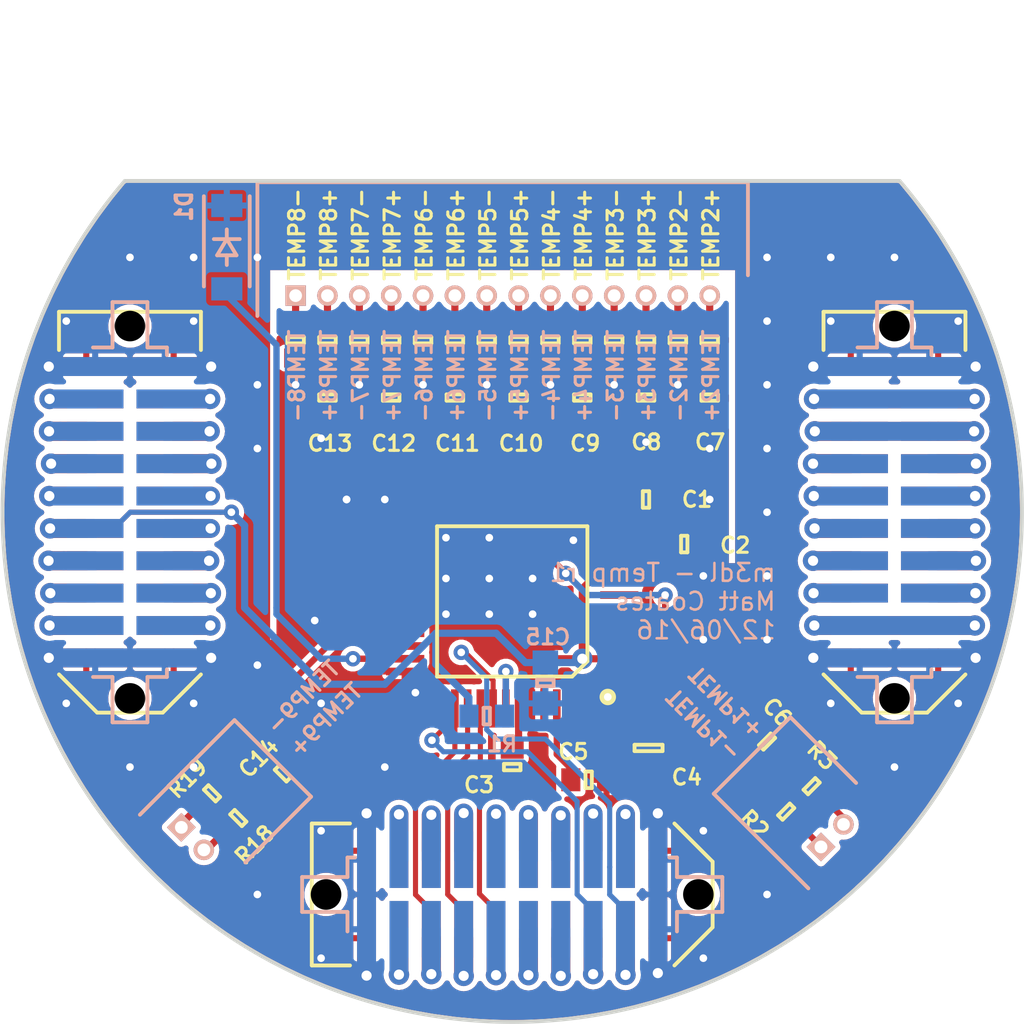
<source format=kicad_pcb>
(kicad_pcb (version 20221018) (generator pcbnew)
  (layers (0 "F.Cu" signal) (31 "B.Cu" signal) (34 "B.Paste" user) (35 "F.Paste" user) (36 "B.SilkS" user "B.Silkscreen") (37 "F.SilkS" user "F.Silkscreen") (38 "B.Mask" user) (39 "F.Mask" user) (44 "Edge.Cuts" user))
  (net 0 "")
  (net 1 "GND")
  (net 2 "3v3")
  (net 3 "Net-(IC1-Pad10)")
  (net 4 "Net-(C2-Pad2)")
  (net 5 "Net-(C1-Pad2)")
  (net 6 "/CH1+")
  (net 7 "/CH2+")
  (net 8 "/CH3+")
  (net 9 "/CH4+")
  (net 10 "/CH5+")
  (net 11 "/CH6+")
  (net 12 "/CH7+")
  (net 13 "/CH8+")
  (net 14 "/CH9+")
  (net 15 "Net-(IC1-Pad34)")
  (net 16 "Net-(D1-Pad2)")
  (net 17 "/TEMP_INT")
  (net 18 "/SPI1_SCK")
  (net 19 "/SPI1_MISO")
  (net 20 "/SPI1_MOSI")
  (net 21 "/SPI1_CS")
  (net 22 "Net-(IC1-Pad42)")
  (net 23 "Net-(C3-Pad2)")
  (net 24 "Net-(C5-Pad1)")
  (net 25 "Net-(C4-Pad2)")
  (net 26 "Net-(C4-Pad1)")
  (net 27 "/3v3_IMU")
  (net 28 "/JTMS")
  (net 29 "/3v3_RADIO")
  (net 30 "/JTCK")
  (net 31 "/3v3_FC")
  (net 32 "/JTDI")
  (net 33 "/3v3_PYRO")
  (net 34 "/JTDR")
  (net 35 "/RSVD1")
  (net 36 "/3v3_AUX1")
  (net 37 "/5v_CAN")
  (net 38 "/3v3_AUX2")
  (net 39 "/CAN-")
  (net 40 "/RSVD2")
  (net 41 "/CAN+")
  (net 42 "/PYRO_SO")
  (net 43 "/PYRO_SI")
  (net 44 "/5v_RADIO")
  (net 45 "/PYRO1")
  (net 46 "/5v_IMU")
  (net 47 "/PYRO2")
  (net 48 "/5v_AUX1")
  (net 49 "/PYRO3")
  (net 50 "/5v_AUX2")
  (net 51 "/PYRO4")
  (net 52 "/5v_CAM")
  (net 53 "/PWR")
  (net 54 "/CHARGE")
  (net 55 "/PRESSURE3")
  (net 56 "/STRAIN1")
  (net 57 "/STRAIN2")
  (net 58 "/STRAIN3")
  (net 59 "/STRAIN4")
  (net 60 "/PRESSURE4")
  (net 61 "/STRAIN5")
  (net 62 "/PRESSURE5")
  (net 63 "/STRAIN6")
  (net 64 "/PRESSURE1")
  (net 65 "/PRESSURE2")
  (net 66 "/TEMP1+")
  (net 67 "/TEMP1-")
  (net 68 "/TEMP2+")
  (net 69 "/TEMP2-")
  (net 70 "/TEMP3+")
  (net 71 "/TEMP3-")
  (net 72 "/TEMP4+")
  (net 73 "/TEMP4-")
  (net 74 "/TEMP5+")
  (net 75 "/TEMP5-")
  (net 76 "/TEMP6+")
  (net 77 "/TEMP6-")
  (net 78 "/TEMP7+")
  (net 79 "/TEMP7-")
  (net 80 "/TEMP8+")
  (net 81 "/TEMP8-")
  (net 82 "/TEMP9+")
  (net 83 "/TEMP9-")
  (footprint "LQFP-48" (layer "F.Cu") (at 100 103.5 180)
    (fp_text reference "IC1")
    (fp_text value "LTC2983")
  )
  (footprint "agg:TFML-110-02-L-D" (layer "F.Cu") (at 85 100 -90)
    (fp_text reference "J1")
    (fp_text value "WEST TOP")
  )
  (footprint "agg:TFML-110-02-L-D" (layer "F.Cu") (at 115 100 -90)
    (fp_text reference "J2")
    (fp_text value "EAST TOP")
  )
  (footprint "agg:TFML-110-02-L-D" (layer "F.Cu") (at 100 115)
    (fp_text reference "J5")
    (fp_text value "SOUTH TOP")
  )
  (footprint "agg:0603-L" (layer "F.Cu") (at 105.25 99.5 180)
    (fp_text reference "C1")
    (fp_text value "1u")
  )
  (footprint "agg:0603-L" (layer "F.Cu") (at 106.75 101.25 180)
    (fp_text reference "C2")
    (fp_text value "100n")
  )
  (footprint "agg:0603-L" (layer "F.Cu") (at 100 110 90)
    (fp_text reference "C3")
    (fp_text value "10u")
  )
  (footprint "agg:0805" (layer "F.Cu") (at 105.35 109.25 -90)
    (fp_text reference "C4")
    (fp_text value "10u")
  )
  (footprint "agg:0603-L" (layer "F.Cu") (at 103 110.5)
    (fp_text reference "C5")
    (fp_text value "10u")
  )
  (footprint "agg:0603-L" (layer "F.Cu") (at 110 109 -45)
    (fp_text reference "C6")
    (fp_text value "1n")
  )
  (footprint "agg:0603-L" (layer "F.Cu") (at 100.25 95.5 90)
    (fp_text reference "C7")
    (fp_text value "1n")
  )
  (footprint "agg:0603-L" (layer "F.Cu") (at 91 110.25 -135)
    (fp_text reference "C8")
    (fp_text value "1n")
  )
  (footprint "agg:0603-L" (layer "F.Cu") (at 107.75 95.5 90)
    (fp_text reference "C9")
    (fp_text value "1n")
  )
  (footprint "agg:0603-L" (layer "F.Cu") (at 97.75 95.5 90)
    (fp_text reference "C10")
    (fp_text value "1n")
  )
  (footprint "agg:0603-L" (layer "F.Cu") (at 105.25 95.5 90)
    (fp_text reference "C11")
    (fp_text value "1n")
  )
  (footprint "agg:0603-L" (layer "F.Cu") (at 95.25 95.5 90)
    (fp_text reference "C12")
    (fp_text value "1n")
  )
  (footprint "agg:0603-L" (layer "F.Cu") (at 102.75 95.5 90)
    (fp_text reference "C13")
    (fp_text value "1n")
  )
  (footprint "agg:0603-L" (layer "F.Cu") (at 92.75 95.5 90)
    (fp_text reference "C14")
    (fp_text value "1n")
  )
  (footprint "agg:0603-L" (layer "F.Cu") (at 111.75 110.75 -45)
    (fp_text reference "R2")
    (fp_text value "3.74K")
  )
  (footprint "agg:0603-L" (layer "F.Cu") (at 110.75 111.75 -45)
    (fp_text reference "R3")
    (fp_text value "3.74K")
  )
  (footprint "agg:0603-L" (layer "F.Cu") (at 100.25 93.25 90)
    (fp_text reference "R4")
    (fp_text value "3.74K")
  )
  (footprint "agg:0603-L" (layer "F.Cu") (at 99 93.25 90)
    (fp_text reference "R5")
    (fp_text value "3.74K")
  )
  (footprint "agg:0603-L" (layer "F.Cu") (at 89.25 112 -135)
    (fp_text reference "R6")
    (fp_text value "3.74K")
  )
  (footprint "agg:0603-L" (layer "F.Cu") (at 88.21967 111.03033 -135)
    (fp_text reference "R7")
    (fp_text value "3.74K")
  )
  (footprint "agg:0603-L" (layer "F.Cu") (at 107.75 93.25 90)
    (fp_text reference "R8")
    (fp_text value "3.74K")
  )
  (footprint "agg:0603-L" (layer "F.Cu") (at 106.5 93.25 90)
    (fp_text reference "R9")
    (fp_text value "3.74K")
  )
  (footprint "agg:0603-L" (layer "F.Cu") (at 97.75 93.25 90)
    (fp_text reference "R10")
    (fp_text value "3.74K")
  )
  (footprint "agg:0603-L" (layer "F.Cu") (at 96.5 93.25 90)
    (fp_text reference "R11")
    (fp_text value "3.74K")
  )
  (footprint "agg:0603-L" (layer "F.Cu") (at 105.25 93.25 90)
    (fp_text reference "R12")
    (fp_text value "3.74K")
  )
  (footprint "agg:0603-L" (layer "F.Cu") (at 104 93.25 90)
    (fp_text reference "R13")
    (fp_text value "3.74K")
  )
  (footprint "agg:0603-L" (layer "F.Cu") (at 95.25 93.25 90)
    (fp_text reference "R14")
    (fp_text value "3.74K")
  )
  (footprint "agg:0603-L" (layer "F.Cu") (at 94 93.25 90)
    (fp_text reference "R15")
    (fp_text value "3.74K")
  )
  (footprint "agg:0603-L" (layer "F.Cu") (at 102.75 93.25 90)
    (fp_text reference "R16")
    (fp_text value "3.74K")
  )
  (footprint "agg:0603-L" (layer "F.Cu") (at 101.5 93.25 90)
    (fp_text reference "R17")
    (fp_text value "3.74K")
  )
  (footprint "agg:0603-L" (layer "F.Cu") (at 92.75 93.25 90)
    (fp_text reference "R18")
    (fp_text value "3.74K")
  )
  (footprint "agg:0603-L" (layer "F.Cu") (at 91.5 93.25 90)
    (fp_text reference "R19")
    (fp_text value "3.74K")
  )
  (footprint "agg:SFML-110-02-L-D-LC" (layer "B.Cu") (at 85 100 -90)
    (fp_text reference "J3")
    (fp_text value "WEST BOT")
  )
  (footprint "agg:SFML-110-02-L-D-LC" (layer "B.Cu") (at 115 100 -90)
    (fp_text reference "J4")
    (fp_text value "EAST BOT")
  )
  (footprint "agg:SFML-110-02-L-D-LC" (layer "B.Cu") (at 100 115)
    (fp_text reference "J6")
    (fp_text value "SOUTH BOT")
  )
  (footprint "Diodes_SMD:SOD-123" (layer "B.Cu") (at 88.8 89.6 -90)
    (fp_text reference "D1")
    (fp_text value "D")
  )
  (footprint "agg:0603-L" (layer "B.Cu") (at 99 108)
    (fp_text reference "R1")
    (fp_text value "10K")
  )
  (footprint "Connectors_Molex:Connector_Molex_PicoBlade_53048-0210" (layer "B.Cu") (at 112.116117 113.133883 45)
    (fp_text reference "J7" hide)
    (fp_text value "TEMP1")
  )
  (footprint "Connectors_Molex:Connector_Molex_PicoBlade_53048-0210" (layer "B.Cu") (at 87.016117 112.366117 -45)
    (fp_text reference "J8" hide)
    (fp_text value "TEMP9")
  )
  (footprint "Connectors_Molex:Connector_Molex_PicoBlade_53048-1410" (layer "B.Cu") (at 91.5 91.5)
    (fp_text reference "J9" hide)
    (fp_text value "TEMP2-8")
  )
  (footprint "agg:0603" (layer "B.Cu") (at 101.3 106.700001 -90)
    (fp_text reference "C15")
    (fp_text value "100n")
  )
  (gr_circle (center 103.75 107.25) (end 103.85 107.3) (stroke (width 0.2)) (fill none) (layer "F.SilkS"))
  (gr_line (start 103.9 107.25) (end 103.6 107.25) (stroke (width 0.2)) (layer "F.SilkS"))
  (gr_circle (center 103.75 107.25) (end 103.95 107.35) (stroke (width 0.2)) (fill none) (layer "F.SilkS"))
  (gr_line (start 84.8 87) (end 115.2 87) (stroke (width 0.15)) (layer "Edge.Cuts"))
  (gr_arc (start 115.2 87) (mid 100 120.001) (end 84.8 87) (stroke (width 0.15)) (layer "Edge.Cuts"))
  (gr_text "TEMP3-" (at 104.05 94.65 90) (layer "B.SilkS") (effects (font (size 0.6 0.6) (thickness 0.12)) (justify mirror)))
  (gr_text "TEMP4+\n" (at 102.8 94.65 90) (layer "B.SilkS") (effects (font (size 0.6 0.6) (thickness 0.12)) (justify mirror)))
  (gr_text "TEMP2+\n" (at 107.8 94.65 90) (layer "B.SilkS") (effects (font (size 0.6 0.6) (thickness 0.12)) (justify mirror)))
  (gr_text "TEMP3+\n" (at 105.3 94.65 90) (layer "B.SilkS") (effects (font (size 0.6 0.6) (thickness 0.12)) (justify mirror)))
  (gr_text "TEMP2-" (at 106.55 94.65 90) (layer "B.SilkS") (effects (font (size 0.6 0.6) (thickness 0.12)) (justify mirror)))
  (gr_text "TEMP4-" (at 101.55 94.65 90) (layer "B.SilkS") (effects (font (size 0.6 0.6) (thickness 0.12)) (justify mirror)))
  (gr_text "TEMP5+" (at 100.3 94.65 90) (layer "B.SilkS") (effects (font (size 0.6 0.6) (thickness 0.12)) (justify mirror)))
  (gr_text "TEMP7-" (at 94.05 94.65 90) (layer "B.SilkS") (effects (font (size 0.6 0.6) (thickness 0.12)) (justify mirror)))
  (gr_text "TEMP8+\n" (at 92.8 94.65 90) (layer "B.SilkS") (effects (font (size 0.6 0.6) (thickness 0.12)) (justify mirror)))
  (gr_text "TEMP6-" (at 96.55 94.65 90) (layer "B.SilkS") (effects (font (size 0.6 0.6) (thickness 0.12)) (justify mirror)))
  (gr_text "TEMP6+" (at 97.8 94.65 90) (layer "B.SilkS") (effects (font (size 0.6 0.6) (thickness 0.12)) (justify mirror)))
  (gr_text "TEMP7+" (at 95.3 94.65 90) (layer "B.SilkS") (effects (font (size 0.6 0.6) (thickness 0.12)) (justify mirror)))
  (gr_text "TEMP5-" (at 99.05 94.65 90) (layer "B.SilkS") (effects (font (size 0.6 0.6) (thickness 0.12)) (justify mirror)))
  (gr_text "TEMP8-\n" (at 91.55 94.65 90) (layer "B.SilkS") (effects (font (size 0.6 0.6) (thickness 0.12)) (justify mirror)))
  (gr_text "D1" (at 87.15 88 90) (layer "B.SilkS") (effects (font (size 0.6 0.6) (thickness 0.12)) (justify mirror)))
  (gr_text "TEMP9-" (at 91.797056 107.258579 45) (layer "B.SilkS") (effects (font (size 0.6 0.6) (thickness 0.12)) (justify mirror)))
  (gr_text "TEMP9+\n" (at 92.68094 108.142462 45) (layer "B.SilkS") (effects (font (size 0.6 0.6) (thickness 0.12)) (justify mirror)))
  (gr_text "TEMP1+\n" (at 108.392462 107.46906 135) (layer "B.SilkS") (effects (font (size 0.6 0.6) (thickness 0.12)) (justify mirror)))
  (gr_text "TEMP1-" (at 107.508579 108.352944 135) (layer "B.SilkS") (effects (font (size 0.6 0.6) (thickness 0.12)) (justify mirror)))
  (gr_text "C15" (at 101.4 104.9) (layer "B.SilkS") (effects (font (size 0.6 0.6) (thickness 0.12)) (justify mirror)))
  (gr_text "m3dl - Temp r1\nMatt Coates\n12/06/16" (at 110.4 103.5) (layer "B.SilkS") (effects (font (size 0.7 0.7) (thickness 0.1)) (justify left mirror)))
  (gr_text "R1" (at 99.6 109.1) (layer "B.SilkS") (effects (font (size 0.6 0.6) (thickness 0.12)) (justify mirror)))
  (gr_text "C2" (at 108.75 101.3) (layer "F.SilkS") (effects (font (size 0.6 0.6) (thickness 0.12))))
  (gr_text "C4" (at 106.85 110.4) (layer "F.SilkS") (effects (font (size 0.6 0.6) (thickness 0.12))))
  (gr_text "C5" (at 102.4 109.4) (layer "F.SilkS") (effects (font (size 0.6 0.6) (thickness 0.12))))
  (gr_text "C3" (at 98.7 110.7) (layer "F.SilkS") (effects (font (size 0.6 0.6) (thickness 0.12))))
  (gr_text "C14" (at 90.05 109.65 45) (layer "F.SilkS") (effects (font (size 0.6 0.6) (thickness 0.12))))
  (gr_text "R19" (at 87.25 110.45 45) (layer "F.SilkS") (effects (font (size 0.6 0.6) (thickness 0.12))))
  (gr_text "R18" (at 89.9 113.05 45) (layer "F.SilkS") (effects (font (size 0.6 0.6) (thickness 0.12))))
  (gr_text "R2" (at 109.5 112.25 315) (layer "F.SilkS") (effects (font (size 0.6 0.6) (thickness 0.12))))
  (gr_text "R3" (at 112.15 109.55 315) (layer "F.SilkS") (effects (font (size 0.6 0.6) (thickness 0.12))))
  (gr_text "C6" (at 110.4 107.85 315) (layer "F.SilkS") (effects (font (size 0.6 0.6) (thickness 0.12))))
  (gr_text "C7" (at 107.1 97.25) (layer "F.SilkS") (effects (font (size 0.6 0.6) (thickness 0.12)) (justify left)))
  (gr_text "C8" (at 104.6 97.25) (layer "F.SilkS") (effects (font (size 0.6 0.6) (thickness 0.12)) (justify left)))
  (gr_text "C9" (at 102.2 97.3) (layer "F.SilkS") (effects (font (size 0.6 0.6) (thickness 0.12)) (justify left)))
  (gr_text "C10\n" (at 99.4 97.3) (layer "F.SilkS") (effects (font (size 0.6 0.6) (thickness 0.12)) (justify left)))
  (gr_text "C11\n" (at 96.9 97.3) (layer "F.SilkS") (effects (font (size 0.6 0.6) (thickness 0.12)) (justify left)))
  (gr_text "C12\n" (at 94.4 97.3) (layer "F.SilkS") (effects (font (size 0.6 0.6) (thickness 0.12)) (justify left)))
  (gr_text "C13" (at 91.9 97.3) (layer "F.SilkS") (effects (font (size 0.6 0.6) (thickness 0.12)) (justify left)))
  (gr_text "TEMP7-" (at 94.05 89.1 90) (layer "F.SilkS") (effects (font (size 0.6 0.6) (thickness 0.12))))
  (gr_text "TEMP7+" (at 95.3 89.1 90) (layer "F.SilkS") (effects (font (size 0.6 0.6) (thickness 0.12))))
  (gr_text "TEMP6-" (at 96.55 89.1 90) (layer "F.SilkS") (effects (font (size 0.6 0.6) (thickness 0.12))))
  (gr_text "TEMP6+" (at 97.8 89.1 90) (layer "F.SilkS") (effects (font (size 0.6 0.6) (thickness 0.12))))
  (gr_text "TEMP5-" (at 99.05 89.1 90) (layer "F.SilkS") (effects (font (size 0.6 0.6) (thickness 0.12))))
  (gr_text "TEMP5+" (at 100.3 89.1 90) (layer "F.SilkS") (effects (font (size 0.6 0.6) (thickness 0.12))))
  (gr_text "TEMP4-" (at 101.55 89.1 90) (layer "F.SilkS") (effects (font (size 0.6 0.6) (thickness 0.12))))
  (gr_text "TEMP2-" (at 106.55 89.1 90) (layer "F.SilkS") (effects (font (size 0.6 0.6) (thickness 0.12))))
  (gr_text "TEMP4+\n" (at 102.8 89.1 90) (layer "F.SilkS") (effects (font (size 0.6 0.6) (thickness 0.12))))
  (gr_text "TEMP3-" (at 104.05 89.1 90) (layer "F.SilkS") (effects (font (size 0.6 0.6) (thickness 0.12))))
  (gr_text "TEMP2+\n" (at 107.8 89.1 90) (layer "F.SilkS") (effects (font (size 0.6 0.6) (thickness 0.12))))
  (gr_text "TEMP3+\n" (at 105.3 89.1 90) (layer "F.SilkS") (effects (font (size 0.6 0.6) (thickness 0.12))))
  (gr_text "TEMP8-\n" (at 91.55 89.1 90) (layer "F.SilkS") (effects (font (size 0.6 0.6) (thickness 0.12))))
  (gr_text "C1" (at 107.25 99.5) (layer "F.SilkS") (effects (font (size 0.6 0.6) (thickness 0.12))))
  (gr_text "TEMP8+\n" (at 92.8 89.1 90) (layer "F.SilkS") (effects (font (size 0.6 0.6) (thickness 0.12))))
  (segment (start 81.815 93.185) (end 82.5 92.5) (width 0.2) (layer "F.Cu") (net 1))
  (segment (start 109.5 102.5) (end 110 102.5) (width 0.2) (layer "F.Cu") (net 1))
  (segment (start 104.05 107.25) (end 104.2 107.1) (width 0.2) (layer "F.Cu") (net 1))
  (segment (start 110 92.5) (end 110 95) (width 0.2) (layer "F.Cu") (net 1))
  (segment (start 116.715 94.285) (end 113.285 94.285) (width 0.74) (layer "F.Cu") (net 1))
  (segment (start 87.5 110) (end 87.5 107.5) (width 0.2) (layer "F.Cu") (net 1))
  (segment (start 81.815 106.815) (end 82.5 107.5) (width 0.2) (layer "F.Cu") (net 1))
  (segment (start 105.715 116.715) (end 105.715 118.085) (width 0.74) (layer "F.Cu") (net 1))
  (segment (start 83.285 94.285) (end 81.815 94.285) (width 0.74) (layer "F.Cu") (net 1))
  (segment (start 96.5 95) (end 96.5 93.95) (width 0.25) (layer "F.Cu") (net 1))
  (segment (start 97.15 101.25) (end 97.4 101) (width 0.2) (layer "F.Cu") (net 1))
  (segment (start 90 90) (end 90 92.5) (width 0.2) (layer "F.Cu") (net 1))
  (segment (start 113.285 105.715) (end 116.715 105.715) (width 0.74) (layer "F.Cu") (net 1))
  (segment (start 86.715 94.285) (end 83.285 94.285) (width 0.74) (layer "F.Cu") (net 1))
  (segment (start 82.5 92.5) (end 85 90) (width 0.2) (layer "F.Cu") (net 1))
  (segment (start 111.815 105.715) (end 110.715 105.715) (width 0.2) (layer "F.Cu") (net 1))
  (segment (start 112.5 107.5) (end 115 110) (width 0.2) (layer "F.Cu") (net 1))
  (segment (start 113.285 94.285) (end 111.815 94.285) (width 0.74) (layer "F.Cu") (net 1))
  (segment (start 81.815 105.715) (end 81.815 106.815) (width 0.2) (layer "F.Cu") (net 1))
  (segment (start 94.285 113.285) (end 94.285 111.815) (width 0.74) (layer "F.Cu") (net 1))
  (segment (start 104.2 107.1) (end 104.2 106.25) (width 0.2) (layer "F.Cu") (net 1))
  (segment (start 111.815 106.815) (end 112.5 107.5) (width 0.2) (layer "F.Cu") (net 1))
  (segment (start 90 95) (end 90 97.5) (width 0.2) (layer "F.Cu") (net 1))
  (segment (start 83.285 105.715) (end 86.715 105.715) (width 0.74) (layer "F.Cu") (net 1))
  (segment (start 94 95) (end 94 93.95) (width 0.25) (layer "F.Cu") (net 1))
  (segment (start 95.8 104.25) (end 92.25 104.25) (width 0.25) (layer "F.Cu") (net 1))
  (segment (start 96.5 97) (end 97.5 97) (width 0.25) (layer "F.Cu") (net 1))
  (segment (start 107.5 102.5) (end 109.5 102.5) (width 0.2) (layer "F.Cu") (net 1))
  (segment (start 110 97.5) (end 110 100) (width 0.2) (layer "F.Cu") (net 1))
  (segment (start 93.5 98.25) (end 95.25 96.5) (width 0.25) (layer "F.Cu") (net 1))
  (segment (start 92.5 97.1) (end 92.8 96.8) (width 0.25) (layer "F.Cu") (net 1))
  (segment (start 94.285 118.185) (end 93.185 118.185) (width 0.2) (layer "F.Cu") (net 1))
  (segment (start 106.815 111.815) (end 107.5 112.5) (width 0.2) (layer "F.Cu") (net 1))
  (segment (start 112.5 92.5) (end 110 92.5) (width 0.2) (layer "F.Cu") (net 1))
  (segment (start 99 95) (end 99 93.95) (width 0.25) (layer "F.Cu") (net 1))
  (segment (start 110 102) (end 110 102.5) (width 0.2) (layer "F.Cu") (net 1))
  (segment (start 115 90) (end 112.5 90) (width 0.2) (layer "F.Cu") (net 1))
  (segment (start 117.5 107.5) (end 115 110) (width 0.2) (layer "F.Cu") (net 1))
  (segment (start 107.5 112.5) (end 110 115) (width 0.2) (layer "F.Cu") (net 1))
  (segment (start 94.285 113.285) (end 94.285 116.715) (width 0.74) (layer "F.Cu") (net 1))
  (segment (start 110 100) (end 110 102) (width 0.2) (layer "F.Cu") (net 1))
  (segment (start 117.5 92.5) (end 115 90) (width 0.2) (layer "F.Cu") (net 1))
  (segment (start 105.715 113.285) (end 105.715 111.815) (width 0.74) (layer "F.Cu") (net 1))
  (segment (start 95.25 96.5) (end 95.25 96.2) (width 0.25) (layer "F.Cu") (net 1))
  (segment (start 105.25 97.25) (end 105.25 96.2) (width 0.25) (layer "F.Cu") (net 1))
  (segment (start 95.8 106.25) (end 95.8 106.68) (width 0.28) (layer "F.Cu") (net 1))
  (segment (start 113.285 105.715) (end 111.815 105.715) (width 0.74) (layer "F.Cu") (net 1))
  (segment (start 110 105) (end 107.5 105) (width 0.2) (layer "F.Cu") (net 1))
  (segment (start 88.185 105.715) (end 88.185 106.815) (width 0.2) (layer "F.Cu") (net 1))
  (segment (start 99 102.6) (end 97.4 102.6) (width 0.2) (layer "F.Cu") (net 1))
  (segment (start 92.75 96.75) (end 92.75 96.2) (width 0.25) (layer "F.Cu") (net 1))
  (segment (start 95.8 101.25) (end 97.15 101.25) (width 0.2) (layer "F.Cu") (net 1))
  (segment (start 95 98.5) (end 96.5 97) (width 0.25) (layer "F.Cu") (net 1))
  (segment (start 103.75 107.25) (end 104.05 107.25) (width 0.2) (layer "F.Cu") (net 1))
  (segment (start 85 110) (end 87.5 110) (width 0.2) (layer "F.Cu") (net 1))
  (segment (start 94.285 110.715) (end 94.285 111.815) (width 0.2) (layer "F.Cu") (net 1))
  (segment (start 97.75 96.75) (end 97.75 96.2) (width 0.25) (layer "F.Cu") (net 1))
  (segment (start 104 95) (end 104 93.95) (width 0.25) (layer "F.Cu") (net 1))
  (segment (start 88.185 105.715) (end 89.285 105.715) (width 0.2) (layer "F.Cu") (net 1))
  (segment (start 95 110) (end 94.285 110.715) (width 0.2) (layer "F.Cu") (net 1))
  (segment (start 105.715 116.715) (end 105.715 113.285) (width 0.74) (layer "F.Cu") (net 1))
  (segment (start 112.5 90) (end 112.5 92.5) (width 0.2) (layer "F.Cu") (net 1))
  (segment (start 91.5 95) (end 91.5 93.95) (width 0.25) (layer "F.Cu") (net 1))
  (segment (start 102.75 100.75) (end 102.4 101.1) (width 0.2) (layer "F.Cu") (net 1))
  (segment (start 106.915 118.085) (end 107.5 117.5) (width 0.2) (layer "F.Cu") (net 1))
  (segment (start 81.815 94.285) (end 81.815 93.185) (width 0.2) (layer "F.Cu") (net 1))
  (segment (start 97.5 97) (end 97.75 96.75) (width 0.25) (layer "F.Cu") (net 1))
  (segment (start 89.57 106) (end 89.285 105.715) (width 0.2) (layer "F.Cu") (net 1))
  (segment (start 93.285 113.285) (end 92.5 112.5) (width 0.2) (layer "F.Cu") (net 1))
  (segment (start 104.2 100.75) (end 102.75 100.75) (width 0.2) (layer "F.Cu") (net 1))
  (segment (start 110 90) (end 110 92.5) (width 0.2) (layer "F.Cu") (net 1))
  (segment (start 95.8 106.68) (end 96.2 107.08) (width 0.28) (layer "F.Cu") (net 1))
  (segment (start 83.285 105.715) (end 81.815 105.715) (width 0.74) (layer "F.Cu") (net 1))
  (segment (start 110 102) (end 110 105) (width 0.2) (layer "F.Cu") (net 1))
  (segment (start 93.185 118.185) (end 92.5 117.5) (width 0.2) (layer "F.Cu") (net 1))
  (segment (start 105.715 111.815) (end 106.815 111.815) (width 0.2) (layer "F.Cu") (net 1))
  (segment (start 106.5 95) (end 106.5 93.95) (width 0.25) (layer "F.Cu") (net 1))
  (segment (start 116.715 94.285) (end 118.185 94.285) (width 0.74) (layer "F.Cu") (net 1))
  (segment (start 107.75 96.2) (end 107.75 97.5) (width 0.25) (layer "F.Cu") (net 1))
  (segment (start 110.715 105.715) (end 110 105) (width 0.2) (layer "F.Cu") (net 1))
  (segment (start 94.285 113.285) (end 93.285 113.285) (width 0.2) (layer "F.Cu") (net 1))
  (segment (start 105.715 118.085) (end 106.915 118.085) (width 0.2) (layer "F.Cu") (net 1))
  (segment (start 86.715 105.715) (end 88.185 105.715) (width 0.74) (layer "F.Cu") (net 1))
  (segment (start 90 106) (end 89.57 106) (width 0.2) (layer "F.Cu") (net 1))
  (segment (start 116.715 105.715) (end 118.185 105.715) (width 0.74) (layer "F.Cu") (net 1))
  (segment (start 110 95) (end 110 97.5) (width 0.2) (layer "F.Cu") (net 1))
  (segment (start 101.5 95) (end 101.5 93.95) (width 0.25) (layer "F.Cu") (net 1))
  (segment (start 90 115) (end 92.5 117.5) (width 0.2) (layer "F.Cu") (net 1))
  (segment (start 85 90) (end 87.5 90) (width 0.2) (layer "F.Cu") (net 1))
  (segment (start 87.5 90) (end 87.5 92.5) (width 0.2) (layer "F.Cu") (net 1))
  (segment (start 92.8 96.8) (end 92.75 96.75) (width 0.25) (layer "F.Cu") (net 1))
  (segment (start 93.5 99.5) (end 93.5 98.25) (width 0.25) (layer "F.Cu") (net 1))
  (segment (start 107.75 97.5) (end 107.75 99.5) (width 0.25) (layer "F.Cu") (net 1))
  (segment (start 88.185 106.815) (end 87.5 107.5) (width 0.2) (layer "F.Cu") (net 1))
  (segment (start 97.4 104) (end 99 104) (width 0.2) (layer "F.Cu") (net 1))
  (segment (start 95 107.5) (end 92.5 107.5) (width 0.2) (layer "F.Cu") (net 1))
  (segment (start 100.8 104) (end 100.8 102.6) (width 0.2) (layer "F.Cu") (net 1))
  (segment (start 86.715 94.285) (end 88.185 94.285) (width 0.74) (layer "F.Cu") (net 1))
  (segment (start 90 92.5) (end 90 95) (width 0.2) (layer "F.Cu") (net 1))
  (segment (start 87.5 92.5) (end 90 92.5) (width 0.2) (layer "F.Cu") (net 1))
  (segment (start 111.815 105.715) (end 111.815 106.815) (width 0.2) (layer "F.Cu") (net 1))
  (segment (start 94.285 116.715) (end 94.285 118.185) (width 0.74) (layer "F.Cu") (net 1))
  (segment (start 95 99.5) (end 95 98.5) (width 0.25) (layer "F.Cu") (net 1))
  (segment (start 95 110) (end 95 107.5) (width 0.2) (layer "F.Cu") (net 1))
  (via (at 87.5 92.5) (size 0.6) (drill 0.3) (layers "F.Cu" "B.Cu") (net 1))
  (via (at 82.5 92.5) (size 0.6) (drill 0.3) (layers "F.Cu" "B.Cu") (net 1))
  (via (at 85 90) (size 0.6) (drill 0.3) (layers "F.Cu" "B.Cu") (net 1))
  (via (at 87.5 90) (size 0.6) (drill 0.3) (layers "F.Cu" "B.Cu") (net 1))
  (via (at 90 90) (size 0.6) (drill 0.3) (layers "F.Cu" "B.Cu") (net 1))
  (via (at 90 95) (size 0.6) (drill 0.3) (layers "F.Cu" "B.Cu") (net 1))
  (via (at 90 97.5) (size 0.6) (drill 0.3) (layers "F.Cu" "B.Cu") (net 1))
  (via (at 90 106) (size 0.6) (drill 0.3) (layers "F.Cu" "B.Cu") (net 1))
  (via (at 87.5 107.5) (size 0.6) (drill 0.3) (layers "F.Cu" "B.Cu") (net 1))
  (via (at 85 110) (size 0.6) (drill 0.3) (layers "F.Cu" "B.Cu") (net 1))
  (via (at 90 115) (size 0.6) (drill 0.3) (layers "F.Cu" "B.Cu") (net 1))
  (via (at 95 110) (size 0.6) (drill 0.3) (layers "F.Cu" "B.Cu") (net 1))
  (via (at 92.5 107.5) (size 0.6) (drill 0.3) (layers "F.Cu" "B.Cu") (net 1))
  (via (at 92.5 117.5) (size 0.6) (drill 0.3) (layers "F.Cu" "B.Cu") (net 1))
  (via (at 92.5 112.5) (size 0.6) (drill 0.3) (layers "F.Cu" "B.Cu") (net 1))
  (via (at 87.5 110) (size 0.6) (drill 0.3) (layers "F.Cu" "B.Cu") (net 1))
  (via (at 82.5 107.5) (size 0.6) (drill 0.3) (layers "F.Cu" "B.Cu") (net 1))
  (via (at 107.5 112.5) (size 0.6) (drill 0.3) (layers "F.Cu" "B.Cu") (net 1))
  (via (at 107.5 117.5) (size 0.6) (drill 0.3) (layers "F.Cu" "B.Cu") (net 1))
  (via (at 110 115) (size 0.6) (drill 0.3) (layers "F.Cu" "B.Cu") (net 1))
  (via (at 115 110) (size 0.6) (drill 0.3) (layers "F.Cu" "B.Cu") (net 1))
  (via (at 112.5 107.5) (size 0.6) (drill 0.3) (layers "F.Cu" "B.Cu") (net 1))
  (via (at 117.5 107.5) (size 0.6) (drill 0.3) (layers "F.Cu" "B.Cu") (net 1))
  (via (at 107.5 105) (size 0.6) (drill 0.3) (layers "F.Cu" "B.Cu") (net 1))
  (via (at 110 105) (size 0.6) (drill 0.3) (layers "F.Cu" "B.Cu") (net 1))
  (via (at 110 102.5) (size 0.6) (drill 0.3) (layers "F.Cu" "B.Cu") (net 1))
  (via (at 107.5 102.5) (size 0.6) (drill 0.3) (layers "F.Cu" "B.Cu") (net 1))
  (via (at 110 100) (size 0.6) (drill 0.3) (layers "F.Cu" "B.Cu") (net 1))
  (via (at 110 97.5) (size 0.6) (drill 0.3) (layers "F.Cu" "B.Cu") (net 1))
  (via (at 110 95) (size 0.6) (drill 0.3) (layers "F.Cu" "B.Cu") (net 1))
  (via (at 110 92.5) (size 0.6) (drill 0.3) (layers "F.Cu" "B.Cu") (net 1))
  (via (at 110 90) (size 0.6) (drill 0.3) (layers "F.Cu" "B.Cu") (net 1))
  (via (at 112.5 90) (size 0.6) (drill 0.3) (layers "F.Cu" "B.Cu") (net 1))
  (via (at 115 90) (size 0.6) (drill 0.3) (layers "F.Cu" "B.Cu") (net 1))
  (via (at 112.5 92.5) (size 0.6) (drill 0.3) (layers "F.Cu" "B.Cu") (net 1))
  (via (at 117.5 92.5) (size 0.6) (drill 0.3) (layers "F.Cu" "B.Cu") (net 1))
  (via (at 95 99.5) (size 0.6) (drill 0.3) (layers "F.Cu" "B.Cu") (net 1))
  (via (at 94 95) (size 0.6) (drill 0.3) (layers "F.Cu" "B.Cu") (net 1))
  (via (at 96.5 95) (size 0.6) (drill 0.3) (layers "F.Cu" "B.Cu") (net 1))
  (via (at 99 95) (size 0.6) (drill 0.3) (layers "F.Cu" "B.Cu") (net 1))
  (via (at 101.5 95) (size 0.6) (drill 0.3) (layers "F.Cu" "B.Cu") (net 1))
  (via (at 104 95) (size 0.6) (drill 0.3) (layers "F.Cu" "B.Cu") (net 1))
  (via (at 106.5 95) (size 0.6) (drill 0.3) (layers "F.Cu" "B.Cu") (net 1))
  (via (at 107.75 97.5) (size 0.6) (drill 0.3) (layers "F.Cu" "B.Cu") (net 1))
  (via (at 107.75 99.5) (size 0.6) (drill 0.3) (layers "F.Cu" "B.Cu") (net 1))
  (via (at 92.25 104.25) (size 0.6) (drill 0.3) (layers "F.Cu" "B.Cu") (net 1))
  (via (at 93.5 99.5) (size 0.6) (drill 0.3) (layers "F.Cu" "B.Cu") (net 1))
  (via (at 93.5 99.5) (size 0.6) (drill 0.3) (layers "F.Cu" "B.Cu") (net 1))
  (via (at 91.5 95) (size 0.6) (drill 0.3) (layers "F.Cu" "B.Cu") (net 1))
  (via (at 105.25 97.25) (size 0.6) (drill 0.3) (layers "F.Cu" "B.Cu") (net 1))
  (via (at 92.5 97.1) (size 0.6) (drill 0.3) (layers "F.Cu" "B.Cu") (net 1))
  (via (at 99.1 104) (size 0.6) (drill 0.3) (layers "F.Cu" "B.Cu") (net 1))
  (via (at 81.815 105.715) (size 0.8) (drill 0.4) (layers "F.Cu" "B.Cu") (net 1))
  (via (at 94.285 111.815) (size 0.8) (drill 0.4) (layers "F.Cu" "B.Cu") (net 1))
  (via (at 94.285 118.185) (size 0.8) (drill 0.4) (layers "F.Cu" "B.Cu") (net 1))
  (via (at 118.185 94.285) (size 0.8) (drill 0.4) (layers "F.Cu" "B.Cu") (net 1))
  (via (at 96.2 107.08) (size 0.6) (drill 0.3) (layers "F.Cu" "B.Cu") (net 1))
  (via (at 97.4 102.6) (size 0.6) (drill 0.3) (layers "F.Cu" "B.Cu") (net 1))
  (via (at 102.4 101.1) (size 0.6) (drill 0.3) (layers "F.Cu" "B.Cu") (net 1))
  (via (at 100.8 104) (size 0.6) (drill 0.3) (layers "F.Cu" "B.Cu") (net 1))
  (via (at 111.815 105.715) (size 0.8) (drill 0.4) (layers "F.Cu" "B.Cu") (net 1))
  (via (at 105.715 111.815) (size 0.8) (drill 0.4) (layers "F.Cu" "B.Cu") (net 1))
  (via (at 103.75 107.25) (size 0.6) (drill 0.3) (layers "F.Cu" "B.Cu") (net 1))
  (via (at 81.815 94.285) (size 0.8) (drill 0.4) (layers "F.Cu" "B.Cu") (net 1))
  (via (at 99.1 101) (size 0.6) (drill 0.3) (layers "F.Cu" "B.Cu") (net 1))
  (via (at 88.185 105.715) (size 0.8) (drill 0.4) (layers "F.Cu" "B.Cu") (net 1))
  (via (at 97.4 104) (size 0.6) (drill 0.3) (layers "F.Cu" "B.Cu") (net 1))
  (via (at 88.185 94.285) (size 0.8) (drill 0.4) (layers "F.Cu" "B.Cu") (net 1))
  (via (at 118.185 105.715) (size 0.8) (drill 0.4) (layers "F.Cu" "B.Cu") (net 1))
  (via (at 100.8 102.6) (size 0.6) (drill 0.3) (layers "F.Cu" "B.Cu") (net 1))
  (via (at 97.4 101) (size 0.6) (drill 0.3) (layers "F.Cu" "B.Cu") (net 1))
  (via (at 111.815 94.285) (size 0.8) (drill 0.4) (layers "F.Cu" "B.Cu") (net 1))
  (via (at 99.1 102.6) (size 0.6) (drill 0.3) (layers "F.Cu" "B.Cu") (net 1))
  (via (at 105.715 118.085) (size 0.8) (drill 0.4) (layers "F.Cu" "B.Cu") (net 1))
  (segment (start 94.285 116.365) (end 94.285 118.185) (width 0.74) (layer "B.Cu") (net 1))
  (segment (start 86.365 94.285) (end 83.635 94.285) (width 0.74) (layer "B.Cu") (net 1))
  (segment (start 94.285 111.815) (end 94.285 113.635) (width 0.74) (layer "B.Cu") (net 1))
  (segment (start 118.185 105.715) (end 116.365 105.715) (width 0.74) (layer "B.Cu") (net 1))
  (segment (start 111.815 94.285) (end 113.635 94.285) (width 0.74) (layer "B.Cu") (net 1))
  (segment (start 105.715 113.635) (end 105.715 111.815) (width 0.74) (layer "B.Cu") (net 1))
  (segment (start 118.185 94.285) (end 116.365 94.285) (width 0.74) (layer "B.Cu") (net 1))
  (segment (start 105.715 116.365) (end 105.715 118.085) (width 0.74) (layer "B.Cu") (net 1))
  (segment (start 86.365 105.715) (end 88.185 105.715) (width 0.74) (layer "B.Cu") (net 1))
  (segment (start 116.365 105.715) (end 113.635 105.715) (width 0.74) (layer "B.Cu") (net 1))
  (segment (start 99 104) (end 100.8 104) (width 0.2) (layer "B.Cu") (net 1))
  (segment (start 97.4 102.6) (end 97.4 104) (width 0.2) (layer "B.Cu") (net 1))
  (segment (start 83.635 94.285) (end 81.815 94.285) (width 0.74) (layer "B.Cu") (net 1))
  (segment (start 105.715 113.635) (end 105.715 116.365) (width 0.74) (layer "B.Cu") (net 1))
  (segment (start 113.635 105.715) (end 111.815 105.715) (width 0.74) (layer "B.Cu") (net 1))
  (segment (start 88.185 94.285) (end 86.365 94.285) (width 0.74) (layer "B.Cu") (net 1))
  (segment (start 81.815 105.715) (end 83.635 105.715) (width 0.74) (layer "B.Cu") (net 1))
  (segment (start 94.285 116.365) (end 94.285 113.635) (width 0.74) (layer "B.Cu") (net 1))
  (segment (start 83.635 105.715) (end 86.365 105.715) (width 0.74) (layer "B.Cu") (net 1))
  (segment (start 99 101) (end 99 102.6) (width 0.2) (layer "B.Cu") (net 1))
  (segment (start 97.4 101) (end 99 101) (width 0.2) (layer "B.Cu") (net 1))
  (segment (start 113.635 94.285) (end 116.365 94.285) (width 0.74) (layer "B.Cu") (net 1))
  (segment (start 101.75 105.75) (end 101.25 106.25) (width 0.28) (layer "F.Cu") (net 2))
  (segment (start 102.75 104.75) (end 104.2 104.75) (width 0.28) (layer "F.Cu") (net 2))
  (segment (start 102.75 103) (end 102.75 104) (width 0.28) (layer "F.Cu") (net 2))
  (segment (start 83.285 100.635) (end 84.375 100.635) (width 0.2) (layer "F.Cu") (net 2))
  (segment (start 102.75 105.75) (end 101.75 105.75) (width 0.28) (layer "F.Cu") (net 2))
  (segment (start 103 103.75) (end 104.2 103.75) (width 0.28) (layer "F.Cu") (net 2))
  (segment (start 104.2 102.75) (end 103 102.75) (width 0.28) (layer "F.Cu") (net 2))
  (segment (start 102.75 104.75) (end 102.75 104) (width 0.28) (layer "F.Cu") (net 2))
  (segment (start 102.75 104) (end 103 103.75) (width 0.28) (layer "F.Cu") (net 2))
  (segment (start 101.25 106.25) (end 101.25 107.7) (width 0.28) (layer "F.Cu") (net 2))
  (segment (start 84.375 100.635) (end 85.01 100) (width 0.2) (layer "F.Cu") (net 2))
  (segment (start 88.555736 100) (end 88.98 100) (width 0.2) (layer "F.Cu") (net 2))
  (segment (start 104.2 105.75) (end 102.75 105.75) (width 0.28) (layer "F.Cu") (net 2))
  (segment (start 103 102.75) (end 102.75 103) (width 0.28) (layer "F.Cu") (net 2))
  (segment (start 102.75 104.75) (end 102.75 105.75) (width 0.28) (layer "F.Cu") (net 2))
  (segment (start 85.01 100) (end 88.555736 100) (width 0.2) (layer "F.Cu") (net 2))
  (segment (start 83.285 100.635) (end 81.865 100.635) (width 0.74) (layer "F.Cu") (net 2))
  (via (at 88.98 100) (size 0.6) (drill 0.3) (layers "F.Cu" "B.Cu") (net 2))
  (via (at 102.75 105.75) (size 0.8) (drill 0.4) (layers "F.Cu" "B.Cu") (net 2))
  (via (at 81.865 100.635) (size 0.8) (drill 0.4) (layers "F.Cu" "B.Cu") (net 2))
  (segment (start 95 106.75) (end 96.25 105.5) (width 0.28) (layer "B.Cu") (net 2))
  (segment (start 98.3 107.27) (end 97 105.97) (width 0.28) (layer "B.Cu") (net 2))
  (segment (start 83.635 100.635) (end 84.375 100.635) (width 0.2) (layer "B.Cu") (net 2))
  (segment (start 89.5 100.52) (end 88.98 100) (width 0.28) (layer "B.Cu") (net 2))
  (segment (start 88.555736 100) (end 88.98 100) (width 0.2) (layer "B.Cu") (net 2))
  (segment (start 92.5 106.75) (end 89.5 103.75) (width 0.28) (layer "B.Cu") (net 2))
  (segment (start 97 105.97) (end 97 104.75) (width 0.28) (layer "B.Cu") (net 2))
  (segment (start 100.52 105.900001) (end 101.3 105.900001) (width 0.28) (layer "B.Cu") (net 2))
  (segment (start 97 104.75) (end 99.369999 104.75) (width 0.28) (layer "B.Cu") (net 2))
  (segment (start 85.01 100) (end 88.555736 100) (width 0.2) (layer "B.Cu") (net 2))
  (segment (start 81.865 100.635) (end 83.635 100.635) (width 0.74) (layer "B.Cu") (net 2))
  (segment (start 96.25 105.5) (end 96.5 105.25) (width 0.28) (layer "B.Cu") (net 2))
  (segment (start 102.599999 105.900001) (end 102.75 105.75) (width 0.28) (layer "B.Cu") (net 2))
  (segment (start 84.375 100.635) (end 85.01 100) (width 0.2) (layer "B.Cu") (net 2))
  (segment (start 95 106.75) (end 92.5 106.75) (width 0.28) (layer "B.Cu") (net 2))
  (segment (start 89.5 103.75) (end 89.5 100.52) (width 0.28) (layer "B.Cu") (net 2))
  (segment (start 101.3 105.900001) (end 102.599999 105.900001) (width 0.28) (layer "B.Cu") (net 2))
  (segment (start 99.369999 104.75) (end 100.52 105.900001) (width 0.28) (layer "B.Cu") (net 2))
  (segment (start 96.25 105.5) (end 97 104.75) (width 0.28) (layer "B.Cu") (net 2))
  (segment (start 98.3 108) (end 98.3 107.27) (width 0.28) (layer "B.Cu") (net 2))
  (segment (start 104.2 101.25) (end 106 101.25) (width 0.28) (layer "F.Cu") (net 4))
  (segment (start 102.75 99.3) (end 102.95 99.5) (width 0.28) (layer "F.Cu") (net 5))
  (segment (start 102.25 99.3) (end 102.75 99.3) (width 0.25) (layer "F.Cu") (net 5))
  (segment (start 102.95 99.5) (end 104.5 99.5) (width 0.28) (layer "F.Cu") (net 5))
  (segment (start 110.53033 109.53033) (end 108.78033 109.53033) (width 0.25) (layer "F.Cu") (net 6))
  (segment (start 100.75 99.3) (end 100.75 101.05) (width 0.25) (layer "F.Cu") (net 6))
  (segment (start 100.75 101.05) (end 102.1 102.4) (width 0.25) (layer "F.Cu") (net 6))
  (segment (start 111.21967 110.21967) (end 110.53033 109.53033) (width 0.25) (layer "F.Cu") (net 6))
  (segment (start 108.78033 109.53033) (end 108 108.75) (width 0.25) (layer "F.Cu") (net 6))
  (segment (start 108 108.75) (end 106 106.75) (width 0.25) (layer "F.Cu") (net 6))
  (segment (start 106 106.75) (end 106 103.25) (width 0.25) (layer "F.Cu") (net 6))
  (via (at 102.1 102.4) (size 0.6) (drill 0.3) (layers "F.Cu" "B.Cu") (net 6))
  (via (at 106 103.25) (size 0.6) (drill 0.3) (layers "F.Cu" "B.Cu") (net 6))
  (segment (start 106 103.25) (end 103 103.25) (width 0.25) (layer "B.Cu") (net 6))
  (segment (start 102.95 103.25) (end 103 103.25) (width 0.25) (layer "B.Cu") (net 6))
  (segment (start 102.1 102.4) (end 102.95 103.25) (width 0.25) (layer "B.Cu") (net 6))
  (segment (start 105.8 98.1) (end 104.7 98.1) (width 0.25) (layer "F.Cu") (net 7))
  (segment (start 106.6 97.3) (end 105.8 98.1) (width 0.25) (layer "F.Cu") (net 7))
  (segment (start 99.75 98.35) (end 100 98.1) (width 0.25) (layer "F.Cu") (net 7))
  (segment (start 99.75 99.3) (end 99.75 98.35) (width 0.25) (layer "F.Cu") (net 7))
  (segment (start 107.75 94.75) (end 106.6 95.9) (width 0.25) (layer "F.Cu") (net 7))
  (segment (start 100 98.1) (end 104.7 98.1) (width 0.25) (layer "F.Cu") (net 7))
  (segment (start 107.75 94) (end 107.75 94.75) (width 0.28) (layer "F.Cu") (net 7))
  (segment (start 106.6 95.9) (end 106.6 97.3) (width 0.25) (layer "F.Cu") (net 7))
  (segment (start 104.7 98.1) (end 105 98.1) (width 0.2) (layer "F.Cu") (net 7))
  (segment (start 98.75 99.3) (end 98.75 98.35) (width 0.25) (layer "F.Cu") (net 8))
  (segment (start 104.1 95.9) (end 105.25 94.75) (width 0.25) (layer "F.Cu") (net 8))
  (segment (start 99.5 97.6) (end 103.5 97.6) (width 0.25) (layer "F.Cu") (net 8))
  (segment (start 105.25 94) (end 105.25 94.75) (width 0.28) (layer "F.Cu") (net 8))
  (segment (start 104.1 97) (end 104.1 95.9) (width 0.25) (layer "F.Cu") (net 8))
  (segment (start 98.75 98.35) (end 99.5 97.6) (width 0.25) (layer "F.Cu") (net 8))
  (segment (start 103.5 97.6) (end 104.1 97) (width 0.25) (layer "F.Cu") (net 8))
  (segment (start 97.75 98.35) (end 99 97.1) (width 0.25) (layer "F.Cu") (net 9))
  (segment (start 101.6 95.9) (end 102.75 94.75) (width 0.25) (layer "F.Cu") (net 9))
  (segment (start 99 97.1) (end 101 97.1) (width 0.25) (layer "F.Cu") (net 9))
  (segment (start 101.6 96.5) (end 101.6 95.9) (width 0.25) (layer "F.Cu") (net 9))
  (segment (start 101 97.1) (end 101.6 96.5) (width 0.25) (layer "F.Cu") (net 9))
  (segment (start 102.75 94) (end 102.75 94.75) (width 0.28) (layer "F.Cu") (net 9))
  (segment (start 97.75 99.3) (end 97.75 98.35) (width 0.25) (layer "F.Cu") (net 9))
  (segment (start 95.8 98.45) (end 96.75 97.5) (width 0.25) (layer "F.Cu") (net 10))
  (segment (start 96.75 97.5) (end 97.8 97.5) (width 0.25) (layer "F.Cu") (net 10))
  (segment (start 95.8 100.75) (end 95.8 99) (width 0.25) (layer "F.Cu") (net 10))
  (segment (start 95.8 99) (end 95.8 98.45) (width 0.25) (layer "F.Cu") (net 10))
  (segment (start 97.8 97.5) (end 98.9 96.4) (width 0.25) (layer "F.Cu") (net 10))
  (segment (start 100.25 94) (end 100.25 94.75) (width 0.28) (layer "F.Cu") (net 10))
  (segment (start 98.9 96.4) (end 98.9 96.1) (width 0.25) (layer "F.Cu") (net 10))
  (segment (start 95.8 99) (end 95.8 98.95) (width 0.25) (layer "F.Cu") (net 10))
  (segment (start 98.9 96.1) (end 100.25 94.75) (width 0.25) (layer "F.Cu") (net 10))
  (segment (start 94.1 98.7) (end 96.4 96.4) (width 0.25) (layer "F.Cu") (net 11))
  (segment (start 94.1 101.3) (end 94.1 98.7) (width 0.25) (layer "F.Cu") (net 11))
  (segment (start 94.55 101.75) (end 94.1 101.3) (width 0.25) (layer "F.Cu") (net 11))
  (segment (start 97.75 94) (end 97.75 94.75) (width 0.28) (layer "F.Cu") (net 11))
  (segment (start 95.8 101.75) (end 94.55 101.75) (width 0.25) (layer "F.Cu") (net 11))
  (segment (start 96.4 96.4) (end 96.4 96.1) (width 0.25) (layer "F.Cu") (net 11))
  (segment (start 96.4 96.1) (end 97.75 94.75) (width 0.25) (layer "F.Cu") (net 11))
  (segment (start 92.9 101.7) (end 92.9 97.6) (width 0.25) (layer "F.Cu") (net 12))
  (segment (start 94.1 95.9) (end 95.25 94.75) (width 0.25) (layer "F.Cu") (net 12))
  (segment (start 93.95 102.75) (end 92.9 101.7) (width 0.25) (layer "F.Cu") (net 12))
  (segment (start 95.25 94) (end 95.25 94.75) (width 0.28) (layer "F.Cu") (net 12))
  (segment (start 94.1 96.4) (end 94.1 95.9) (width 0.25) (layer "F.Cu") (net 12))
  (segment (start 92.9 97.6) (end 94.1 96.4) (width 0.25) (layer "F.Cu") (net 12))
  (segment (start 95.8 102.75) (end 93.95 102.75) (width 0.25) (layer "F.Cu") (net 12))
  (segment (start 95.8 103.75) (end 93.55 103.75) (width 0.25) (layer "F.Cu") (net 13))
  (segment (start 91.8 95.7) (end 92.75 94.75) (width 0.25) (layer "F.Cu") (net 13))
  (segment (start 93.55 103.75) (end 91.8 102) (width 0.25) (layer "F.Cu") (net 13))
  (segment (start 92.75 94) (end 92.75 94.75) (width 0.28) (layer "F.Cu") (net 13))
  (segment (start 91.8 102) (end 91.8 95.7) (width 0.25) (layer "F.Cu") (net 13))
  (segment (start 89.78033 111.46967) (end 90.46967 110.78033) (width 0.28) (layer "F.Cu") (net 14))
  (segment (start 93.25 104.75) (end 95.8 104.75) (width 0.25) (layer "F.Cu") (net 14))
  (segment (start 90.46967 110.78033) (end 90.46967 107.53033) (width 0.25) (layer "F.Cu") (net 14))
  (segment (start 90.46967 107.53033) (end 93.25 104.75) (width 0.25) (layer "F.Cu") (net 14))
  (segment (start 93.75 105.75) (end 95.8 105.75) (width 0.25) (layer "F.Cu") (net 16))
  (via (at 93.75 105.75) (size 0.6) (drill 0.3) (layers "F.Cu" "B.Cu") (net 16))
  (segment (start 92.5 105.75) (end 90.75 104) (width 0.25) (layer "B.Cu") (net 16))
  (segment (start 88.8 91.235) (end 88.8 91.485) (width 0.25) (layer "B.Cu") (net 16))
  (segment (start 93.75 105.75) (end 92.5 105.75) (width 0.25) (layer "B.Cu") (net 16))
  (segment (start 90.75 104) (end 90.75 103.75) (width 0.25) (layer "B.Cu") (net 16))
  (segment (start 90.75 103.75) (end 90.75 93.435) (width 0.25) (layer "B.Cu") (net 16))
  (segment (start 88.8 91.485) (end 90.75 93.435) (width 0.25) (layer "B.Cu") (net 16))
  (segment (start 103.175 116.715) (end 103.175 118.125) (width 0.74) (layer "F.Cu") (net 17))
  (segment (start 97.25 107.7) (end 97.25 108.55) (width 0.2) (layer "F.Cu") (net 17))
  (segment (start 97.25 108.55) (end 96.85 108.95) (width 0.2) (layer "F.Cu") (net 17))
  (via (at 103.175 118.125) (size 0.8) (drill 0.4) (layers "F.Cu" "B.Cu") (net 17))
  (via (at 96.85 108.95) (size 0.6) (drill 0.3) (layers "F.Cu" "B.Cu") (net 17))
  (segment (start 102.547999 114.997999) (end 103.175 115.625) (width 0.2) (layer "B.Cu") (net 17))
  (segment (start 100.6 109.4) (end 102.547999 111.347999) (width 0.2) (layer "B.Cu") (net 17))
  (segment (start 97.3 109.4) (end 100.6 109.4) (width 0.2) (layer "B.Cu") (net 17))
  (segment (start 103.175 116.365) (end 103.175 118.125) (width 0.74) (layer "B.Cu") (net 17))
  (segment (start 102.547999 111.347999) (end 102.547999 114.997999) (width 0.2) (layer "B.Cu") (net 17))
  (segment (start 103.175 115.625) (end 103.175 116.365) (width 0.2) (layer "B.Cu") (net 17))
  (segment (start 96.85 108.95) (end 97.3 109.4) (width 0.2) (layer "B.Cu") (net 17))
  (segment (start 96.825 115.625) (end 96.825 116.715) (width 0.2) (layer "F.Cu") (net 18))
  (segment (start 96.204999 110.959001) (end 96.204999 115.004999) (width 0.2) (layer "F.Cu") (net 18))
  (segment (start 96.825 116.715) (end 96.825 118.125) (width 0.74) (layer "F.Cu") (net 18))
  (segment (start 96.197999 110.952001) (end 97.75 109.4) (width 0.2) (layer "F.Cu") (net 18))
  (segment (start 97.75 109.4) (end 97.75 107.7) (width 0.2) (layer "F.Cu") (net 18))
  (segment (start 96.197999 110.952001) (end 96.204999 110.959001) (width 0.2) (layer "F.Cu") (net 18))
  (segment (start 96.204999 115.004999) (end 96.825 115.625) (width 0.2) (layer "F.Cu") (net 18))
  (via (at 96.825 118.125) (size 0.8) (drill 0.4) (layers "F.Cu" "B.Cu") (net 18))
  (segment (start 96.825 116.365) (end 96.825 118.125) (width 0.74) (layer "B.Cu") (net 18))
  (segment (start 98.095 115.645) (end 98.095 116.715) (width 0.2) (layer "F.Cu") (net 19))
  (segment (start 97.467999 110.332001) (end 97.467999 114.997999) (width 0.2) (layer "F.Cu") (net 19))
  (segment (start 98.095 116.715) (end 98.095 118.195) (width 0.74) (layer "F.Cu") (net 19))
  (segment (start 98.095 115.625) (end 98.095 116.715) (width 0.2) (layer "F.Cu") (net 19))
  (segment (start 98.25 109.55) (end 98.25 107.7) (width 0.2) (layer "F.Cu") (net 19))
  (segment (start 97.467999 114.997999) (end 98.095 115.625) (width 0.2) (layer "F.Cu") (net 19))
  (segment (start 97.467999 110.332001) (end 98.25 109.55) (width 0.2) (layer "F.Cu") (net 19))
  (via (at 98.095 118.195) (size 0.8) (drill 0.4) (layers "F.Cu" "B.Cu") (net 19))
  (segment (start 98.095 116.365) (end 98.095 118.195) (width 0.74) (layer "B.Cu") (net 19))
  (segment (start 98.71501 114.97501) (end 98.71501 110.48499) (width 0.2) (layer "F.Cu") (net 20))
  (segment (start 98.737999 107.712001) (end 98.75 107.7) (width 0.2) (layer "F.Cu") (net 20))
  (segment (start 99.365 116.715) (end 99.365 115.625) (width 0.2) (layer "F.Cu") (net 20))
  (segment (start 99.365 115.625) (end 98.71501 114.97501) (width 0.2) (layer "F.Cu") (net 20))
  (segment (start 98.7 107.75) (end 98.75 107.7) (width 0.2) (layer "F.Cu") (net 20))
  (segment (start 98.71501 110.48499) (end 98.75 110.45) (width 0.2) (layer "F.Cu") (net 20))
  (segment (start 99.365 116.715) (end 99.365 118.165) (width 0.74) (layer "F.Cu") (net 20))
  (segment (start 98.75 110.45) (end 98.75 107.7) (width 0.2) (layer "F.Cu") (net 20))
  (via (at 99.365 118.165) (size 0.8) (drill 0.4) (layers "F.Cu" "B.Cu") (net 20))
  (segment (start 99.365 116.365) (end 99.365 118.165) (width 0.74) (layer "B.Cu") (net 20))
  (segment (start 104.445 116.715) (end 104.445 118.155) (width 0.74) (layer "F.Cu") (net 21))
  (segment (start 98.15 105.5) (end 99.25 106.6) (width 0.2) (layer "F.Cu") (net 21))
  (segment (start 98 105.5) (end 98.15 105.5) (width 0.2) (layer "F.Cu") (net 21))
  (segment (start 99.25 106.6) (end 99.25 107.7) (width 0.2) (layer "F.Cu") (net 21))
  (via (at 104.445 118.155) (size 0.8) (drill 0.4) (layers "F.Cu" "B.Cu") (net 21))
  (via (at 98 105.5) (size 0.6) (drill 0.3) (layers "F.Cu" "B.Cu") (net 21))
  (segment (start 103.82499 113.92499) (end 103.824999 113.924999) (width 0.2) (layer "B.Cu") (net 21))
  (segment (start 104.445 115.625) (end 104.445 116.365) (width 0.2) (layer "B.Cu") (net 21))
  (segment (start 99 108.533602) (end 99.366398 108.9) (width 0.2) (layer "B.Cu") (net 21))
  (segment (start 101.3 108.9) (end 103.82499 111.42499) (width 0.2) (layer "B.Cu") (net 21))
  (segment (start 99.366398 108.9) (end 101.3 108.9) (width 0.2) (layer "B.Cu") (net 21))
  (segment (start 104.445 115.595) (end 104.445 116.365) (width 0.2) (layer "B.Cu") (net 21))
  (segment (start 103.824999 113.924999) (end 103.824999 115.004999) (width 0.2) (layer "B.Cu") (net 21))
  (segment (start 103.82499 111.42499) (end 103.82499 113.92499) (width 0.2) (layer "B.Cu") (net 21))
  (segment (start 104.445 118.155) (end 104.445 116.365) (width 0.74) (layer "B.Cu") (net 21))
  (segment (start 98 105.5) (end 99 106.5) (width 0.2) (layer "B.Cu") (net 21))
  (segment (start 99 106.5) (end 99 108.533602) (width 0.2) (layer "B.Cu") (net 21))
  (segment (start 103.824999 115.004999) (end 104.445 115.625) (width 0.2) (layer "B.Cu") (net 21))
  (segment (start 99.75 106.25) (end 99.75 107.7) (width 0.25) (layer "F.Cu") (net 22))
  (via (at 99.75 106.25) (size 0.6) (drill 0.3) (layers "F.Cu" "B.Cu") (net 22))
  (segment (start 99.75 108) (end 99.75 106.25) (width 0.25) (layer "B.Cu") (net 22))
  (segment (start 100.25 109) (end 100 109.25) (width 0.28) (layer "F.Cu") (net 23))
  (segment (start 100.25 107.7) (end 100.25 109) (width 0.28) (layer "F.Cu") (net 23))
  (segment (start 101.75 107.7) (end 101.75 109.5) (width 0.25) (layer "F.Cu") (net 24))
  (segment (start 101.75 109.5) (end 102.25 110) (width 0.25) (layer "F.Cu") (net 24))
  (segment (start 102.25 110) (end 102.25 110.5) (width 0.25) (layer "F.Cu") (net 24))
  (segment (start 102.25 107.7) (end 102.25 109) (width 0.25) (layer "F.Cu") (net 25))
  (segment (start 104.5 109.65) (end 105 110.15) (width 0.25) (layer "F.Cu") (net 25))
  (segment (start 102.9 109.65) (end 104.5 109.65) (width 0.25) (layer "F.Cu") (net 25))
  (segment (start 102.25 109) (end 102.9 109.65) (width 0.25) (layer "F.Cu") (net 25))
  (segment (start 102.9 108.85) (end 104.5 108.85) (width 0.25) (layer "F.Cu") (net 26))
  (segment (start 102.75 108.7) (end 102.9 108.85) (width 0.25) (layer "F.Cu") (net 26))
  (segment (start 102.75 107.7) (end 102.75 108.7) (width 0.25) (layer "F.Cu") (net 26))
  (segment (start 104.5 108.85) (end 105 108.35) (width 0.25) (layer "F.Cu") (net 26))
  (segment (start 83.285 95.555) (end 81.845 95.555) (width 0.74) (layer "F.Cu") (net 27))
  (via (at 81.845 95.555) (size 0.8) (drill 0.4) (layers "F.Cu" "B.Cu") (net 27))
  (segment (start 81.845 95.555) (end 83.635 95.555) (width 0.74) (layer "B.Cu") (net 27))
  (segment (start 86.715 95.555) (end 88.145 95.555) (width 0.74) (layer "F.Cu") (net 28))
  (via (at 88.145 95.555) (size 0.8) (drill 0.4) (layers "F.Cu" "B.Cu") (net 28))
  (segment (start 88.145 95.555) (end 86.365 95.555) (width 0.74) (layer "B.Cu") (net 28))
  (segment (start 83.285 96.825) (end 81.825 96.825) (width 0.74) (layer "F.Cu") (net 29))
  (via (at 81.825 96.825) (size 0.8) (drill 0.4) (layers "F.Cu" "B.Cu") (net 29))
  (segment (start 83.635 96.825) (end 82.275 96.825) (width 0.74) (layer "B.Cu") (net 29))
  (segment (start 82.275 96.825) (end 81.825 96.825) (width 0.74) (layer "B.Cu") (net 29))
  (segment (start 86.715 96.825) (end 88.125 96.825) (width 0.74) (layer "F.Cu") (net 30))
  (via (at 88.125 96.825) (size 0.8) (drill 0.4) (layers "F.Cu" "B.Cu") (net 30))
  (segment (start 88.125 96.825) (end 86.365 96.825) (width 0.74) (layer "B.Cu") (net 30))
  (segment (start 83.285 98.095) (end 81.905 98.095) (width 0.74) (layer "F.Cu") (net 31))
  (via (at 81.905 98.095) (size 0.8) (drill 0.4) (layers "F.Cu" "B.Cu") (net 31))
  (segment (start 81.905 98.095) (end 83.635 98.095) (width 0.74) (layer "B.Cu") (net 31))
  (segment (start 86.715 98.095) (end 88.195 98.095) (width 0.74) (layer "F.Cu") (net 32))
  (via (at 88.195 98.095) (size 0.8) (drill 0.4) (layers "F.Cu" "B.Cu") (net 32))
  (segment (start 86.365 98.095) (end 88.195 98.095) (width 0.74) (layer "B.Cu") (net 32))
  (segment (start 83.285 99.365) (end 81.835 99.365) (width 0.74) (layer "F.Cu") (net 33))
  (via (at 81.835 99.365) (size 0.8) (drill 0.4) (layers "F.Cu" "B.Cu") (net 33))
  (segment (start 83.635 99.365) (end 81.835 99.365) (width 0.74) (layer "B.Cu") (net 33))
  (segment (start 86.715 99.365) (end 88.165 99.365) (width 0.74) (layer "F.Cu") (net 34))
  (via (at 88.165 99.365) (size 0.7) (drill 0.4) (layers "F.Cu" "B.Cu") (net 34))
  (segment (start 88.165 99.365) (end 86.365 99.365) (width 0.74) (layer "B.Cu") (net 34))
  (segment (start 86.715 100.635) (end 88.165 100.635) (width 0.74) (layer "F.Cu") (net 35))
  (via (at 88.165 100.635) (size 0.7) (drill 0.4) (layers "F.Cu" "B.Cu") (net 35))
  (segment (start 86.365 100.635) (end 88.165 100.635) (width 0.74) (layer "B.Cu") (net 35))
  (segment (start 83.285 101.905) (end 81.805 101.905) (width 0.74) (layer "F.Cu") (net 36))
  (via (at 81.805 101.905) (size 0.8) (drill 0.4) (layers "F.Cu" "B.Cu") (net 36))
  (segment (start 82.405 101.905) (end 81.805 101.905) (width 0.74) (layer "B.Cu") (net 36))
  (segment (start 83.635 101.905) (end 82.405 101.905) (width 0.74) (layer "B.Cu") (net 36))
  (segment (start 86.715 101.905) (end 88.105 101.905) (width 0.74) (layer "F.Cu") (net 37))
  (via (at 88.105 101.905) (size 0.8) (drill 0.4) (layers "F.Cu" "B.Cu") (net 37))
  (segment (start 88.105 101.905) (end 86.365 101.905) (width 0.74) (layer "B.Cu") (net 37))
  (segment (start 83.285 103.175) (end 81.875 103.175) (width 0.74) (layer "F.Cu") (net 38))
  (via (at 81.875 103.175) (size 0.8) (drill 0.4) (layers "F.Cu" "B.Cu") (net 38))
  (segment (start 81.875 103.175) (end 83.635 103.175) (width 0.74) (layer "B.Cu") (net 38))
  (segment (start 86.715 103.175) (end 88.175 103.175) (width 0.74) (layer "F.Cu") (net 39))
  (via (at 88.175 103.175) (size 0.8) (drill 0.4) (layers "F.Cu" "B.Cu") (net 39))
  (segment (start 86.365 103.175) (end 88.175 103.175) (width 0.74) (layer "B.Cu") (net 39))
  (segment (start 83.285 104.445) (end 81.845 104.445) (width 0.74) (layer "F.Cu") (net 40))
  (via (at 81.845 104.445) (size 0.8) (drill 0.4) (layers "F.Cu" "B.Cu") (net 40))
  (segment (start 83.635 104.445) (end 81.845 104.445) (width 0.74) (layer "B.Cu") (net 40))
  (segment (start 86.715 104.445) (end 88.155 104.445) (width 0.74) (layer "F.Cu") (net 41))
  (via (at 88.155 104.445) (size 0.8) (drill 0.4) (layers "F.Cu" "B.Cu") (net 41))
  (segment (start 88.155 104.445) (end 86.365 104.445) (width 0.74) (layer "B.Cu") (net 41))
  (segment (start 113.285 95.555) (end 116.715 95.555) (width 0.74) (layer "F.Cu") (net 42))
  (segment (start 116.715 95.555) (end 118.145 95.555) (width 0.74) (layer "F.Cu") (net 42))
  (segment (start 113.285 95.555) (end 111.845 95.555) (width 0.74) (layer "F.Cu") (net 42))
  (via (at 118.145 95.555) (size 0.8) (drill 0.4) (layers "F.Cu" "B.Cu") (net 42))
  (via (at 111.845 95.555) (size 0.8) (drill 0.4) (layers "F.Cu" "B.Cu") (net 42))
  (segment (start 116.365 95.555) (end 118.145 95.555) (width 0.74) (layer "B.Cu") (net 42))
  (segment (start 111.845 95.555) (end 113.635 95.555) (width 0.74) (layer "B.Cu") (net 42))
  (segment (start 116.365 95.555) (end 113.635 95.555) (width 0.74) (layer "B.Cu") (net 42))
  (segment (start 116.715 96.825) (end 118.125 96.825) (width 0.74) (layer "F.Cu") (net 43))
  (segment (start 113.285 96.825) (end 111.875 96.825) (width 0.74) (layer "F.Cu") (net 43))
  (segment (start 113.285 96.825) (end 116.715 96.825) (width 0.74) (layer "F.Cu") (net 43))
  (via (at 111.875 96.825) (size 0.8) (drill 0.4) (layers "F.Cu" "B.Cu") (net 43))
  (via (at 118.125 96.825) (size 0.8) (drill 0.4) (layers "F.Cu" "B.Cu") (net 43))
  (segment (start 113.635 96.825) (end 111.875 96.825) (width 0.74) (layer "B.Cu") (net 43))
  (segment (start 113.635 96.825) (end 116.365 96.825) (width 0.74) (layer "B.Cu") (net 43))
  (segment (start 118.125 96.825) (end 116.365 96.825) (width 0.74) (layer "B.Cu") (net 43))
  (segment (start 113.285 98.095) (end 111.805 98.095) (width 0.74) (layer "F.Cu") (net 44))
  (via (at 111.805 98.095) (size 0.8) (drill 0.4) (layers "F.Cu" "B.Cu") (net 44))
  (segment (start 111.805 98.095) (end 113.635 98.095) (width 0.74) (layer "B.Cu") (net 44))
  (segment (start 116.715 98.095) (end 118.195 98.095) (width 0.74) (layer "F.Cu") (net 45))
  (via (at 118.195 98.095) (size 0.8) (drill 0.4) (layers "F.Cu" "B.Cu") (net 45))
  (segment (start 116.365 98.095) (end 118.195 98.095) (width 0.74) (layer "B.Cu") (net 45))
  (segment (start 113.285 99.365) (end 111.835 99.365) (width 0.74) (layer "F.Cu") (net 46))
  (via (at 111.835 99.365) (size 0.8) (drill 0.4) (layers "F.Cu" "B.Cu") (net 46))
  (segment (start 111.835 99.365) (end 113.635 99.365) (width 0.74) (layer "B.Cu") (net 46))
  (segment (start 116.715 99.365) (end 118.165 99.365) (width 0.74) (layer "F.Cu") (net 47))
  (via (at 118.165 99.365) (size 0.8) (drill 0.4) (layers "F.Cu" "B.Cu") (net 47))
  (segment (start 118.165 99.365) (end 116.365 99.365) (width 0.74) (layer "B.Cu") (net 47))
  (segment (start 113.285 100.635) (end 111.865 100.635) (width 0.74) (layer "F.Cu") (net 48))
  (via (at 111.865 100.635) (size 0.8) (drill 0.4) (layers "F.Cu" "B.Cu") (net 48))
  (segment (start 113.635 100.635) (end 111.865 100.635) (width 0.74) (layer "B.Cu") (net 48))
  (segment (start 116.715 100.635) (end 118.165 100.635) (width 0.74) (layer "F.Cu") (net 49))
  (via (at 118.165 100.635) (size 0.8) (drill 0.4) (layers "F.Cu" "B.Cu") (net 49))
  (segment (start 116.365 100.635) (end 118.165 100.635) (width 0.74) (layer "B.Cu") (net 49))
  (segment (start 113.285 101.905) (end 111.805 101.905) (width 0.74) (layer "F.Cu") (net 50))
  (via (at 111.805 101.905) (size 0.8) (drill 0.4) (layers "F.Cu" "B.Cu") (net 50))
  (segment (start 111.805 101.905) (end 113.635 101.905) (width 0.74) (layer "B.Cu") (net 50))
  (segment (start 116.715 101.905) (end 118.195 101.905) (width 0.74) (layer "F.Cu") (net 51))
  (via (at 118.195 101.905) (size 0.8) (drill 0.4) (layers "F.Cu" "B.Cu") (net 51))
  (segment (start 116.365 101.905) (end 118.195 101.905) (width 0.74) (layer "B.Cu") (net 51))
  (segment (start 113.285 103.175) (end 111.825 103.175) (width 0.74) (layer "F.Cu") (net 52))
  (via (at 111.825 103.175) (size 0.8) (drill 0.4) (layers "F.Cu" "B.Cu") (net 52))
  (segment (start 113.635 103.175) (end 111.825 103.175) (width 0.74) (layer "B.Cu") (net 52))
  (segment (start 116.715 103.175) (end 118.175 103.175) (width 0.74) (layer "F.Cu") (net 53))
  (via (at 118.175 103.175) (size 0.8) (drill 0.4) (layers "F.Cu" "B.Cu") (net 53))
  (segment (start 118.175 103.175) (end 116.365 103.175) (width 0.74) (layer "B.Cu") (net 53))
  (segment (start 116.715 104.445) (end 118.155 104.445) (width 0.74) (layer "F.Cu") (net 54))
  (segment (start 113.285 104.445) (end 111.855 104.445) (width 0.74) (layer "F.Cu") (net 54))
  (segment (start 113.285 104.445) (end 116.715 104.445) (width 0.74) (layer "F.Cu") (net 54))
  (via (at 111.855 104.445) (size 0.8) (drill 0.4) (layers "F.Cu" "B.Cu") (net 54))
  (via (at 118.155 104.445) (size 0.8) (drill 0.4) (layers "F.Cu" "B.Cu") (net 54))
  (segment (start 117.455 104.445) (end 118.155 104.445) (width 0.74) (layer "B.Cu") (net 54))
  (segment (start 116.365 104.445) (end 117.455 104.445) (width 0.74) (layer "B.Cu") (net 54))
  (segment (start 111.855 104.445) (end 113.635 104.445) (width 0.74) (layer "B.Cu") (net 54))
  (segment (start 116.365 104.445) (end 113.635 104.445) (width 0.74) (layer "B.Cu") (net 54))
  (segment (start 95.555 116.715) (end 95.555 118.145) (width 0.74) (layer "F.Cu") (net 55))
  (via (at 95.555 118.145) (size 0.8) (drill 0.4) (layers "F.Cu" "B.Cu") (net 55))
  (segment (start 95.555 118.145) (end 95.555 116.365) (width 0.74) (layer "B.Cu") (net 55))
  (segment (start 95.555 113.285) (end 95.555 111.855) (width 0.74) (layer "F.Cu") (net 56))
  (via (at 95.555 111.855) (size 0.7) (drill 0.4) (layers "F.Cu" "B.Cu") (net 56))
  (segment (start 95.555 111.855) (end 95.555 113.635) (width 0.74) (layer "B.Cu") (net 56))
  (segment (start 96.825 113.285) (end 96.825 111.875) (width 0.74) (layer "F.Cu") (net 57))
  (via (at 96.825 111.875) (size 0.7) (drill 0.4) (layers "F.Cu" "B.Cu") (net 57))
  (segment (start 96.825 113.635) (end 96.825 111.875) (width 0.74) (layer "B.Cu") (net 57))
  (segment (start 98.095 113.285) (end 98.095 111.805) (width 0.74) (layer "F.Cu") (net 58))
  (via (at 98.095 111.805) (size 0.7) (drill 0.4) (layers "F.Cu" "B.Cu") (net 58))
  (segment (start 98.095 111.805) (end 98.095 113.635) (width 0.74) (layer "B.Cu") (net 58))
  (segment (start 99.365 113.285) (end 99.365 111.835) (width 0.74) (layer "F.Cu") (net 59))
  (via (at 99.365 111.835) (size 0.7) (drill 0.4) (layers "F.Cu" "B.Cu") (net 59))
  (segment (start 99.365 111.835) (end 99.365 113.635) (width 0.74) (layer "B.Cu") (net 59))
  (segment (start 100.635 116.715) (end 100.635 118.165) (width 0.74) (layer "F.Cu") (net 60))
  (via (at 100.635 118.165) (size 0.8) (drill 0.4) (layers "F.Cu" "B.Cu") (net 60))
  (segment (start 100.635 118.165) (end 100.635 116.365) (width 0.74) (layer "B.Cu") (net 60))
  (segment (start 100.635 113.285) (end 100.635 111.865) (width 0.74) (layer "F.Cu") (net 61))
  (via (at 100.635 111.865) (size 0.7) (drill 0.4) (layers "F.Cu" "B.Cu") (net 61))
  (segment (start 100.635 113.635) (end 100.635 111.865) (width 0.74) (layer "B.Cu") (net 61))
  (segment (start 101.905 116.715) (end 101.905 118.195) (width 0.74) (layer "F.Cu") (net 62))
  (via (at 101.905 118.195) (size 0.8) (drill 0.4) (layers "F.Cu" "B.Cu") (net 62))
  (segment (start 101.905 118.195) (end 101.905 116.365) (width 0.74) (layer "B.Cu") (net 62))
  (segment (start 101.905 113.285) (end 101.905 111.895) (width 0.74) (layer "F.Cu") (net 63))
  (via (at 101.905 111.895) (size 0.7) (drill 0.4) (layers "F.Cu" "B.Cu") (net 63))
  (segment (start 101.905 111.895) (end 101.905 113.635) (width 0.74) (layer "B.Cu") (net 63))
  (segment (start 103.175 113.285) (end 103.175 111.825) (width 0.74) (layer "F.Cu") (net 64))
  (via (at 103.175 111.825) (size 0.7) (drill 0.4) (layers "F.Cu" "B.Cu") (net 64))
  (segment (start 103.175 111.825) (end 103.175 113.635) (width 0.74) (layer "B.Cu") (net 64))
  (segment (start 104.445 113.285) (end 104.445 111.845) (width 0.74) (layer "F.Cu") (net 65))
  (via (at 104.445 111.845) (size 0.7) (drill 0.4) (layers "F.Cu" "B.Cu") (net 65))
  (segment (start 104.445 111.845) (end 104.445 113.635) (width 0.74) (layer "B.Cu") (net 65))
  (segment (start 113 112) (end 112.28033 111.28033) (width 0.25) (layer "F.Cu") (net 66))
  (segment (start 113 112.25) (end 113 112) (width 0.25) (layer "F.Cu") (net 66))
  (segment (start 112.116117 113.133883) (end 112.116117 113.116117) (width 0.25) (layer "F.Cu") (net 67))
  (segment (start 112.116117 113.116117) (end 111.28033 112.28033) (width 0.25) (layer "F.Cu") (net 67))
  (segment (start 107.75 91.5) (end 107.75 92.5) (width 0.28) (layer "F.Cu") (net 68))
  (segment (start 106.5 91.5) (end 106.5 92.5) (width 0.28) (layer "F.Cu") (net 69))
  (segment (start 105.25 91.5) (end 105.25 92.5) (width 0.28) (layer "F.Cu") (net 70))
  (segment (start 104 91.5) (end 104 92.5) (width 0.28) (layer "F.Cu") (net 71))
  (segment (start 102.75 91.5) (end 102.75 92.5) (width 0.28) (layer "F.Cu") (net 72))
  (segment (start 101.5 91.5) (end 101.5 92.5) (width 0.28) (layer "F.Cu") (net 73))
  (segment (start 100.25 91.5) (end 100.25 92.5) (width 0.28) (layer "F.Cu") (net 74))
  (segment (start 99 91.5) (end 99 92.5) (width 0.28) (layer "F.Cu") (net 75))
  (segment (start 97.75 91.5) (end 97.75 92.5) (width 0.28) (layer "F.Cu") (net 76))
  (segment (start 96.5 92.5) (end 96.5 91.5) (width 0.28) (layer "F.Cu") (net 77))
  (segment (start 95.25 92.5) (end 95.25 91.5) (width 0.28) (layer "F.Cu") (net 78))
  (segment (start 94 92.5) (end 94 91.5) (width 0.28) (layer "F.Cu") (net 79))
  (segment (start 92.75 92.5) (end 92.75 91.5) (width 0.28) (layer "F.Cu") (net 80))
  (segment (start 91.5 92.5) (end 91.5 91.5) (width 0.28) (layer "F.Cu") (net 81))
  (segment (start 88 113.25) (end 88.71967 112.53033) (width 0.28) (layer "F.Cu") (net 82))
  (segment (start 87.9 113.25) (end 88 113.25) (width 0.28) (layer "F.Cu") (net 82))
  (segment (start 87.016117 112.233883) (end 87.68934 111.56066) (width 0.28) (layer "F.Cu") (net 83))
  (segment (start 87.016117 112.366117) (end 87.016117 112.233883) (width 0.28) (layer "F.Cu") (net 83))
  (zone (net 1) (net_name "GND") (layer "F.Cu") (connect_pads (clearance 0.2)) (min_thickness 0.22) (fill yes (thermal_gap 0.15) (thermal_bridge_width 0.24))
    (polygon (pts (xy 80 80) (xy 120 80) (xy 120 120) (xy 80 120)))
  )
  (zone (net 0) (net_name "") (layer "F.Cu") (connect_pads (clearance 0)) (min_thickness 0.254)
    (keepout (tracks allowed) (vias allowed) (pads allowed) (copperpour not_allowed) (footprints allowed))
    (fill yes (thermal_gap 0.508) (thermal_bridge_width 0.508))
    (polygon (pts (xy 90.5 90.5) (xy 108.75 90.5) (xy 108.75 102) (xy 108.5 102) (xy 108.5 90.75) (xy 90.75 90.75) (xy 90.75 105) (xy 90.5 105) (xy 90.5 101.75)))
  )
  (zone (net 0) (net_name "") (layer "B.Cu") (connect_pads (clearance 0)) (min_thickness 0.254)
    (keepout (tracks allowed) (vias allowed) (pads allowed) (copperpour not_allowed) (footprints allowed))
    (fill yes (thermal_gap 0.508) (thermal_bridge_width 0.508))
    (polygon (pts (xy 108.75 102) (xy 108.5 102) (xy 108.5 90.75) (xy 90.75 90.75) (xy 90.75 105) (xy 90.5 105) (xy 90.5 102.25) (xy 90.5 90.5) (xy 99.75 90.5) (xy 108.75 90.5) (xy 108.75 98.5)))
  )
  (zone (net 1) (net_name "GND") (layer "B.Cu") (connect_pads (clearance 0.2)) (min_thickness 0.22) (fill yes (thermal_gap 0.15) (thermal_bridge_width 0.24))
    (polygon (pts (xy 120 80) (xy 120 120) (xy 80 120) (xy 80 80)))
  )
)
</source>
